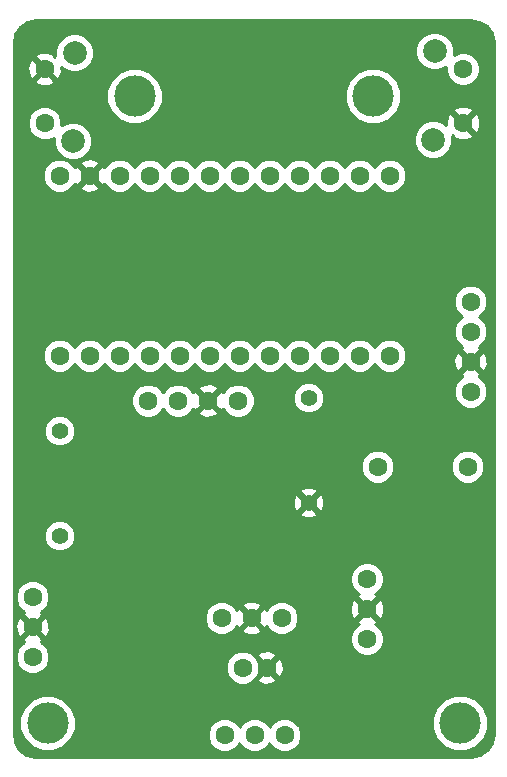
<source format=gbl>
G04 (created by PCBNEW (22-Jun-2014 BZR 4027)-stable) date Tue 27 Sep 2016 11:43:09 BST*
%MOIN*%
G04 Gerber Fmt 3.4, Leading zero omitted, Abs format*
%FSLAX34Y34*%
G01*
G70*
G90*
G04 APERTURE LIST*
%ADD10C,0.00590551*%
%ADD11C,0.055*%
%ADD12C,0.0629921*%
%ADD13C,0.0787402*%
%ADD14C,0.137795*%
%ADD15C,0.035*%
%ADD16C,0.01*%
G04 APERTURE END LIST*
G54D10*
G54D11*
X112500Y-34100D03*
X112500Y-30600D03*
X120800Y-33000D03*
X120800Y-29500D03*
G54D12*
X123500Y-28100D03*
X122500Y-28100D03*
X123500Y-22100D03*
X121500Y-28100D03*
X120500Y-28100D03*
X119500Y-28100D03*
X118500Y-28100D03*
X117500Y-28100D03*
X116500Y-28100D03*
X115500Y-28100D03*
X114500Y-28100D03*
X113500Y-28100D03*
X112500Y-28100D03*
X122500Y-22100D03*
X121500Y-22100D03*
X120500Y-22100D03*
X119500Y-22100D03*
X118500Y-22100D03*
X117500Y-22100D03*
X116500Y-22100D03*
X115500Y-22100D03*
X114500Y-22100D03*
X113500Y-22100D03*
X112500Y-22100D03*
X123100Y-31800D03*
X126100Y-31800D03*
X115450Y-29600D03*
X116450Y-29600D03*
X117450Y-29600D03*
X118450Y-29600D03*
X111600Y-36150D03*
X111600Y-37150D03*
X111600Y-38150D03*
X122750Y-35550D03*
X122750Y-36550D03*
X122750Y-37550D03*
X125950Y-18550D03*
X125950Y-20350D03*
G54D13*
X124950Y-20900D03*
X125000Y-17950D03*
G54D12*
X112000Y-20350D03*
X112000Y-18550D03*
G54D13*
X113000Y-18000D03*
X112950Y-20950D03*
G54D12*
X118000Y-40750D03*
X119000Y-40750D03*
X120000Y-40750D03*
X119900Y-36850D03*
X118900Y-36850D03*
X117900Y-36850D03*
G54D14*
X122950Y-19450D03*
X115000Y-19450D03*
X125850Y-40350D03*
X112100Y-40350D03*
G54D12*
X126200Y-27300D03*
X126200Y-28300D03*
X126200Y-29300D03*
X126200Y-26300D03*
X119400Y-38500D03*
X118600Y-38500D03*
G54D15*
X116700Y-19750D03*
X114000Y-33900D03*
G54D10*
G36*
X126980Y-40721D02*
X126919Y-41028D01*
X126789Y-41223D01*
X126789Y-40164D01*
X126769Y-40116D01*
X126769Y-28385D01*
X126765Y-28288D01*
X126765Y-27188D01*
X126679Y-26980D01*
X126520Y-26821D01*
X126469Y-26800D01*
X126519Y-26779D01*
X126678Y-26620D01*
X126764Y-26412D01*
X126765Y-26188D01*
X126679Y-25980D01*
X126520Y-25821D01*
X126519Y-25821D01*
X126519Y-20435D01*
X126515Y-20338D01*
X126515Y-18438D01*
X126429Y-18230D01*
X126270Y-18071D01*
X126062Y-17985D01*
X125838Y-17984D01*
X125643Y-18065D01*
X125643Y-17822D01*
X125546Y-17585D01*
X125365Y-17404D01*
X125128Y-17306D01*
X124872Y-17306D01*
X124635Y-17403D01*
X124454Y-17584D01*
X124356Y-17821D01*
X124356Y-18077D01*
X124453Y-18314D01*
X124634Y-18495D01*
X124871Y-18593D01*
X125127Y-18593D01*
X125364Y-18496D01*
X125385Y-18475D01*
X125384Y-18661D01*
X125470Y-18869D01*
X125629Y-19028D01*
X125837Y-19114D01*
X126061Y-19115D01*
X126269Y-19029D01*
X126428Y-18870D01*
X126514Y-18662D01*
X126515Y-18438D01*
X126515Y-20338D01*
X126508Y-20210D01*
X126443Y-20053D01*
X126346Y-20023D01*
X126276Y-20094D01*
X126276Y-19953D01*
X126246Y-19856D01*
X126035Y-19780D01*
X125810Y-19791D01*
X125653Y-19856D01*
X125623Y-19953D01*
X125950Y-20279D01*
X126276Y-19953D01*
X126276Y-20094D01*
X126020Y-20350D01*
X126346Y-20676D01*
X126443Y-20646D01*
X126519Y-20435D01*
X126519Y-25821D01*
X126312Y-25735D01*
X126276Y-25735D01*
X126276Y-20746D01*
X125950Y-20420D01*
X125944Y-20426D01*
X125879Y-20361D01*
X125873Y-20355D01*
X125879Y-20350D01*
X125553Y-20023D01*
X125456Y-20053D01*
X125380Y-20264D01*
X125388Y-20427D01*
X125315Y-20354D01*
X125078Y-20256D01*
X124822Y-20256D01*
X124585Y-20353D01*
X124404Y-20534D01*
X124306Y-20771D01*
X124306Y-21027D01*
X124403Y-21264D01*
X124584Y-21445D01*
X124821Y-21543D01*
X125077Y-21543D01*
X125314Y-21446D01*
X125495Y-21265D01*
X125593Y-21028D01*
X125593Y-20776D01*
X125623Y-20746D01*
X125653Y-20843D01*
X125864Y-20919D01*
X126089Y-20908D01*
X126246Y-20843D01*
X126276Y-20746D01*
X126276Y-25735D01*
X126088Y-25734D01*
X125880Y-25820D01*
X125721Y-25979D01*
X125635Y-26187D01*
X125634Y-26411D01*
X125720Y-26619D01*
X125879Y-26778D01*
X125930Y-26799D01*
X125880Y-26820D01*
X125721Y-26979D01*
X125635Y-27187D01*
X125634Y-27411D01*
X125720Y-27619D01*
X125879Y-27778D01*
X125924Y-27797D01*
X125903Y-27806D01*
X125873Y-27903D01*
X126200Y-28229D01*
X126526Y-27903D01*
X126496Y-27806D01*
X126473Y-27798D01*
X126519Y-27779D01*
X126678Y-27620D01*
X126764Y-27412D01*
X126765Y-27188D01*
X126765Y-28288D01*
X126758Y-28160D01*
X126693Y-28003D01*
X126596Y-27973D01*
X126270Y-28300D01*
X126596Y-28626D01*
X126693Y-28596D01*
X126769Y-28385D01*
X126769Y-40116D01*
X126765Y-40105D01*
X126765Y-29188D01*
X126679Y-28980D01*
X126520Y-28821D01*
X126475Y-28802D01*
X126496Y-28793D01*
X126526Y-28696D01*
X126200Y-28370D01*
X126129Y-28441D01*
X126129Y-28300D01*
X125803Y-27973D01*
X125706Y-28003D01*
X125630Y-28214D01*
X125641Y-28439D01*
X125706Y-28596D01*
X125803Y-28626D01*
X126129Y-28300D01*
X126129Y-28441D01*
X125873Y-28696D01*
X125903Y-28793D01*
X125926Y-28801D01*
X125880Y-28820D01*
X125721Y-28979D01*
X125635Y-29187D01*
X125634Y-29411D01*
X125720Y-29619D01*
X125879Y-29778D01*
X126087Y-29864D01*
X126311Y-29865D01*
X126519Y-29779D01*
X126678Y-29620D01*
X126764Y-29412D01*
X126765Y-29188D01*
X126765Y-40105D01*
X126665Y-39863D01*
X126665Y-31688D01*
X126579Y-31480D01*
X126420Y-31321D01*
X126212Y-31235D01*
X125988Y-31234D01*
X125780Y-31320D01*
X125621Y-31479D01*
X125535Y-31687D01*
X125534Y-31911D01*
X125620Y-32119D01*
X125779Y-32278D01*
X125987Y-32364D01*
X126211Y-32365D01*
X126419Y-32279D01*
X126578Y-32120D01*
X126664Y-31912D01*
X126665Y-31688D01*
X126665Y-39863D01*
X126646Y-39818D01*
X126382Y-39554D01*
X126037Y-39411D01*
X125664Y-39410D01*
X125318Y-39553D01*
X125054Y-39817D01*
X124911Y-40162D01*
X124910Y-40535D01*
X125053Y-40881D01*
X125317Y-41145D01*
X125662Y-41288D01*
X126035Y-41289D01*
X126381Y-41146D01*
X126645Y-40882D01*
X126788Y-40537D01*
X126789Y-40164D01*
X126789Y-41223D01*
X126763Y-41261D01*
X126526Y-41420D01*
X126223Y-41480D01*
X124065Y-41480D01*
X124065Y-27988D01*
X124065Y-21988D01*
X123979Y-21780D01*
X123889Y-21690D01*
X123889Y-19264D01*
X123746Y-18918D01*
X123482Y-18654D01*
X123137Y-18511D01*
X122764Y-18510D01*
X122418Y-18653D01*
X122154Y-18917D01*
X122011Y-19262D01*
X122010Y-19635D01*
X122153Y-19981D01*
X122417Y-20245D01*
X122762Y-20388D01*
X123135Y-20389D01*
X123481Y-20246D01*
X123745Y-19982D01*
X123888Y-19637D01*
X123889Y-19264D01*
X123889Y-21690D01*
X123820Y-21621D01*
X123612Y-21535D01*
X123388Y-21534D01*
X123180Y-21620D01*
X123021Y-21779D01*
X123000Y-21830D01*
X122979Y-21780D01*
X122820Y-21621D01*
X122612Y-21535D01*
X122388Y-21534D01*
X122180Y-21620D01*
X122021Y-21779D01*
X122000Y-21830D01*
X121979Y-21780D01*
X121820Y-21621D01*
X121612Y-21535D01*
X121388Y-21534D01*
X121180Y-21620D01*
X121021Y-21779D01*
X121000Y-21830D01*
X120979Y-21780D01*
X120820Y-21621D01*
X120612Y-21535D01*
X120388Y-21534D01*
X120180Y-21620D01*
X120021Y-21779D01*
X120000Y-21830D01*
X119979Y-21780D01*
X119820Y-21621D01*
X119612Y-21535D01*
X119388Y-21534D01*
X119180Y-21620D01*
X119021Y-21779D01*
X119000Y-21830D01*
X118979Y-21780D01*
X118820Y-21621D01*
X118612Y-21535D01*
X118388Y-21534D01*
X118180Y-21620D01*
X118021Y-21779D01*
X118000Y-21830D01*
X117979Y-21780D01*
X117820Y-21621D01*
X117612Y-21535D01*
X117388Y-21534D01*
X117180Y-21620D01*
X117021Y-21779D01*
X117000Y-21830D01*
X116979Y-21780D01*
X116820Y-21621D01*
X116612Y-21535D01*
X116388Y-21534D01*
X116180Y-21620D01*
X116021Y-21779D01*
X116000Y-21830D01*
X115979Y-21780D01*
X115939Y-21740D01*
X115939Y-19264D01*
X115796Y-18918D01*
X115532Y-18654D01*
X115187Y-18511D01*
X114814Y-18510D01*
X114468Y-18653D01*
X114204Y-18917D01*
X114061Y-19262D01*
X114060Y-19635D01*
X114203Y-19981D01*
X114467Y-20245D01*
X114812Y-20388D01*
X115185Y-20389D01*
X115531Y-20246D01*
X115795Y-19982D01*
X115938Y-19637D01*
X115939Y-19264D01*
X115939Y-21740D01*
X115820Y-21621D01*
X115612Y-21535D01*
X115388Y-21534D01*
X115180Y-21620D01*
X115021Y-21779D01*
X115000Y-21830D01*
X114979Y-21780D01*
X114820Y-21621D01*
X114612Y-21535D01*
X114388Y-21534D01*
X114180Y-21620D01*
X114021Y-21779D01*
X114002Y-21824D01*
X113993Y-21803D01*
X113896Y-21773D01*
X113826Y-21844D01*
X113826Y-21703D01*
X113796Y-21606D01*
X113643Y-21551D01*
X113643Y-17872D01*
X113546Y-17635D01*
X113365Y-17454D01*
X113128Y-17356D01*
X112872Y-17356D01*
X112635Y-17453D01*
X112454Y-17634D01*
X112356Y-17871D01*
X112356Y-18123D01*
X112326Y-18153D01*
X112296Y-18056D01*
X112085Y-17980D01*
X111860Y-17991D01*
X111703Y-18056D01*
X111673Y-18153D01*
X112000Y-18479D01*
X112005Y-18473D01*
X112076Y-18544D01*
X112070Y-18550D01*
X112396Y-18876D01*
X112493Y-18846D01*
X112569Y-18635D01*
X112561Y-18472D01*
X112634Y-18545D01*
X112871Y-18643D01*
X113127Y-18643D01*
X113364Y-18546D01*
X113545Y-18365D01*
X113643Y-18128D01*
X113643Y-17872D01*
X113643Y-21551D01*
X113593Y-21533D01*
X113593Y-20822D01*
X113496Y-20585D01*
X113315Y-20404D01*
X113078Y-20306D01*
X112822Y-20306D01*
X112585Y-20403D01*
X112564Y-20424D01*
X112565Y-20238D01*
X112479Y-20030D01*
X112326Y-19876D01*
X112326Y-18946D01*
X112000Y-18620D01*
X111929Y-18691D01*
X111929Y-18550D01*
X111603Y-18223D01*
X111506Y-18253D01*
X111430Y-18464D01*
X111441Y-18689D01*
X111506Y-18846D01*
X111603Y-18876D01*
X111929Y-18550D01*
X111929Y-18691D01*
X111673Y-18946D01*
X111703Y-19043D01*
X111914Y-19119D01*
X112139Y-19108D01*
X112296Y-19043D01*
X112326Y-18946D01*
X112326Y-19876D01*
X112320Y-19871D01*
X112112Y-19785D01*
X111888Y-19784D01*
X111680Y-19870D01*
X111521Y-20029D01*
X111435Y-20237D01*
X111434Y-20461D01*
X111520Y-20669D01*
X111679Y-20828D01*
X111887Y-20914D01*
X112111Y-20915D01*
X112306Y-20834D01*
X112306Y-21077D01*
X112403Y-21314D01*
X112584Y-21495D01*
X112821Y-21593D01*
X113077Y-21593D01*
X113314Y-21496D01*
X113495Y-21315D01*
X113593Y-21078D01*
X113593Y-20822D01*
X113593Y-21533D01*
X113585Y-21530D01*
X113360Y-21541D01*
X113203Y-21606D01*
X113173Y-21703D01*
X113500Y-22029D01*
X113826Y-21703D01*
X113826Y-21844D01*
X113570Y-22100D01*
X113896Y-22426D01*
X113993Y-22396D01*
X114001Y-22373D01*
X114020Y-22419D01*
X114179Y-22578D01*
X114387Y-22664D01*
X114611Y-22665D01*
X114819Y-22579D01*
X114978Y-22420D01*
X114999Y-22369D01*
X115020Y-22419D01*
X115179Y-22578D01*
X115387Y-22664D01*
X115611Y-22665D01*
X115819Y-22579D01*
X115978Y-22420D01*
X115999Y-22369D01*
X116020Y-22419D01*
X116179Y-22578D01*
X116387Y-22664D01*
X116611Y-22665D01*
X116819Y-22579D01*
X116978Y-22420D01*
X116999Y-22369D01*
X117020Y-22419D01*
X117179Y-22578D01*
X117387Y-22664D01*
X117611Y-22665D01*
X117819Y-22579D01*
X117978Y-22420D01*
X117999Y-22369D01*
X118020Y-22419D01*
X118179Y-22578D01*
X118387Y-22664D01*
X118611Y-22665D01*
X118819Y-22579D01*
X118978Y-22420D01*
X118999Y-22369D01*
X119020Y-22419D01*
X119179Y-22578D01*
X119387Y-22664D01*
X119611Y-22665D01*
X119819Y-22579D01*
X119978Y-22420D01*
X119999Y-22369D01*
X120020Y-22419D01*
X120179Y-22578D01*
X120387Y-22664D01*
X120611Y-22665D01*
X120819Y-22579D01*
X120978Y-22420D01*
X120999Y-22369D01*
X121020Y-22419D01*
X121179Y-22578D01*
X121387Y-22664D01*
X121611Y-22665D01*
X121819Y-22579D01*
X121978Y-22420D01*
X121999Y-22369D01*
X122020Y-22419D01*
X122179Y-22578D01*
X122387Y-22664D01*
X122611Y-22665D01*
X122819Y-22579D01*
X122978Y-22420D01*
X122999Y-22369D01*
X123020Y-22419D01*
X123179Y-22578D01*
X123387Y-22664D01*
X123611Y-22665D01*
X123819Y-22579D01*
X123978Y-22420D01*
X124064Y-22212D01*
X124065Y-21988D01*
X124065Y-27988D01*
X123979Y-27780D01*
X123820Y-27621D01*
X123612Y-27535D01*
X123388Y-27534D01*
X123180Y-27620D01*
X123021Y-27779D01*
X123000Y-27830D01*
X122979Y-27780D01*
X122820Y-27621D01*
X122612Y-27535D01*
X122388Y-27534D01*
X122180Y-27620D01*
X122021Y-27779D01*
X122000Y-27830D01*
X121979Y-27780D01*
X121820Y-27621D01*
X121612Y-27535D01*
X121388Y-27534D01*
X121180Y-27620D01*
X121021Y-27779D01*
X121000Y-27830D01*
X120979Y-27780D01*
X120820Y-27621D01*
X120612Y-27535D01*
X120388Y-27534D01*
X120180Y-27620D01*
X120021Y-27779D01*
X120000Y-27830D01*
X119979Y-27780D01*
X119820Y-27621D01*
X119612Y-27535D01*
X119388Y-27534D01*
X119180Y-27620D01*
X119021Y-27779D01*
X119000Y-27830D01*
X118979Y-27780D01*
X118820Y-27621D01*
X118612Y-27535D01*
X118388Y-27534D01*
X118180Y-27620D01*
X118021Y-27779D01*
X118000Y-27830D01*
X117979Y-27780D01*
X117820Y-27621D01*
X117612Y-27535D01*
X117388Y-27534D01*
X117180Y-27620D01*
X117021Y-27779D01*
X117000Y-27830D01*
X116979Y-27780D01*
X116820Y-27621D01*
X116612Y-27535D01*
X116388Y-27534D01*
X116180Y-27620D01*
X116021Y-27779D01*
X116000Y-27830D01*
X115979Y-27780D01*
X115820Y-27621D01*
X115612Y-27535D01*
X115388Y-27534D01*
X115180Y-27620D01*
X115021Y-27779D01*
X115000Y-27830D01*
X114979Y-27780D01*
X114820Y-27621D01*
X114612Y-27535D01*
X114388Y-27534D01*
X114180Y-27620D01*
X114021Y-27779D01*
X114000Y-27830D01*
X113979Y-27780D01*
X113826Y-27626D01*
X113826Y-22496D01*
X113500Y-22170D01*
X113429Y-22241D01*
X113429Y-22100D01*
X113103Y-21773D01*
X113006Y-21803D01*
X112998Y-21826D01*
X112979Y-21780D01*
X112820Y-21621D01*
X112612Y-21535D01*
X112388Y-21534D01*
X112180Y-21620D01*
X112021Y-21779D01*
X111935Y-21987D01*
X111934Y-22211D01*
X112020Y-22419D01*
X112179Y-22578D01*
X112387Y-22664D01*
X112611Y-22665D01*
X112819Y-22579D01*
X112978Y-22420D01*
X112997Y-22375D01*
X113006Y-22396D01*
X113103Y-22426D01*
X113429Y-22100D01*
X113429Y-22241D01*
X113173Y-22496D01*
X113203Y-22593D01*
X113414Y-22669D01*
X113639Y-22658D01*
X113796Y-22593D01*
X113826Y-22496D01*
X113826Y-27626D01*
X113820Y-27621D01*
X113612Y-27535D01*
X113388Y-27534D01*
X113180Y-27620D01*
X113021Y-27779D01*
X113000Y-27830D01*
X112979Y-27780D01*
X112820Y-27621D01*
X112612Y-27535D01*
X112388Y-27534D01*
X112180Y-27620D01*
X112021Y-27779D01*
X111935Y-27987D01*
X111934Y-28211D01*
X112020Y-28419D01*
X112179Y-28578D01*
X112387Y-28664D01*
X112611Y-28665D01*
X112819Y-28579D01*
X112978Y-28420D01*
X112999Y-28369D01*
X113020Y-28419D01*
X113179Y-28578D01*
X113387Y-28664D01*
X113611Y-28665D01*
X113819Y-28579D01*
X113978Y-28420D01*
X113999Y-28369D01*
X114020Y-28419D01*
X114179Y-28578D01*
X114387Y-28664D01*
X114611Y-28665D01*
X114819Y-28579D01*
X114978Y-28420D01*
X114999Y-28369D01*
X115020Y-28419D01*
X115179Y-28578D01*
X115387Y-28664D01*
X115611Y-28665D01*
X115819Y-28579D01*
X115978Y-28420D01*
X115999Y-28369D01*
X116020Y-28419D01*
X116179Y-28578D01*
X116387Y-28664D01*
X116611Y-28665D01*
X116819Y-28579D01*
X116978Y-28420D01*
X116999Y-28369D01*
X117020Y-28419D01*
X117179Y-28578D01*
X117387Y-28664D01*
X117611Y-28665D01*
X117819Y-28579D01*
X117978Y-28420D01*
X117999Y-28369D01*
X118020Y-28419D01*
X118179Y-28578D01*
X118387Y-28664D01*
X118611Y-28665D01*
X118819Y-28579D01*
X118978Y-28420D01*
X118999Y-28369D01*
X119020Y-28419D01*
X119179Y-28578D01*
X119387Y-28664D01*
X119611Y-28665D01*
X119819Y-28579D01*
X119978Y-28420D01*
X119999Y-28369D01*
X120020Y-28419D01*
X120179Y-28578D01*
X120387Y-28664D01*
X120611Y-28665D01*
X120819Y-28579D01*
X120978Y-28420D01*
X120999Y-28369D01*
X121020Y-28419D01*
X121179Y-28578D01*
X121387Y-28664D01*
X121611Y-28665D01*
X121819Y-28579D01*
X121978Y-28420D01*
X121999Y-28369D01*
X122020Y-28419D01*
X122179Y-28578D01*
X122387Y-28664D01*
X122611Y-28665D01*
X122819Y-28579D01*
X122978Y-28420D01*
X122999Y-28369D01*
X123020Y-28419D01*
X123179Y-28578D01*
X123387Y-28664D01*
X123611Y-28665D01*
X123819Y-28579D01*
X123978Y-28420D01*
X124064Y-28212D01*
X124065Y-27988D01*
X124065Y-41480D01*
X123665Y-41480D01*
X123665Y-31688D01*
X123579Y-31480D01*
X123420Y-31321D01*
X123212Y-31235D01*
X122988Y-31234D01*
X122780Y-31320D01*
X122621Y-31479D01*
X122535Y-31687D01*
X122534Y-31911D01*
X122620Y-32119D01*
X122779Y-32278D01*
X122987Y-32364D01*
X123211Y-32365D01*
X123419Y-32279D01*
X123578Y-32120D01*
X123664Y-31912D01*
X123665Y-31688D01*
X123665Y-41480D01*
X123319Y-41480D01*
X123319Y-36635D01*
X123315Y-36538D01*
X123315Y-35438D01*
X123229Y-35230D01*
X123070Y-35071D01*
X122862Y-34985D01*
X122638Y-34984D01*
X122430Y-35070D01*
X122271Y-35229D01*
X122185Y-35437D01*
X122184Y-35661D01*
X122270Y-35869D01*
X122429Y-36028D01*
X122474Y-36047D01*
X122453Y-36056D01*
X122423Y-36153D01*
X122750Y-36479D01*
X123076Y-36153D01*
X123046Y-36056D01*
X123023Y-36048D01*
X123069Y-36029D01*
X123228Y-35870D01*
X123314Y-35662D01*
X123315Y-35438D01*
X123315Y-36538D01*
X123308Y-36410D01*
X123243Y-36253D01*
X123146Y-36223D01*
X122820Y-36550D01*
X123146Y-36876D01*
X123243Y-36846D01*
X123319Y-36635D01*
X123319Y-41480D01*
X123315Y-41480D01*
X123315Y-37438D01*
X123229Y-37230D01*
X123070Y-37071D01*
X123025Y-37052D01*
X123046Y-37043D01*
X123076Y-36946D01*
X122750Y-36620D01*
X122679Y-36691D01*
X122679Y-36550D01*
X122353Y-36223D01*
X122256Y-36253D01*
X122180Y-36464D01*
X122191Y-36689D01*
X122256Y-36846D01*
X122353Y-36876D01*
X122679Y-36550D01*
X122679Y-36691D01*
X122423Y-36946D01*
X122453Y-37043D01*
X122476Y-37051D01*
X122430Y-37070D01*
X122271Y-37229D01*
X122185Y-37437D01*
X122184Y-37661D01*
X122270Y-37869D01*
X122429Y-38028D01*
X122637Y-38114D01*
X122861Y-38115D01*
X123069Y-38029D01*
X123228Y-37870D01*
X123314Y-37662D01*
X123315Y-37438D01*
X123315Y-41480D01*
X121329Y-41480D01*
X121329Y-33075D01*
X121325Y-32987D01*
X121325Y-29396D01*
X121245Y-29203D01*
X121097Y-29055D01*
X120904Y-28975D01*
X120696Y-28974D01*
X120503Y-29054D01*
X120355Y-29202D01*
X120275Y-29395D01*
X120274Y-29603D01*
X120354Y-29797D01*
X120502Y-29944D01*
X120695Y-30024D01*
X120903Y-30025D01*
X121097Y-29945D01*
X121244Y-29797D01*
X121324Y-29604D01*
X121325Y-29396D01*
X121325Y-32987D01*
X121318Y-32867D01*
X121260Y-32727D01*
X121167Y-32702D01*
X121097Y-32773D01*
X121097Y-32632D01*
X121072Y-32539D01*
X120875Y-32470D01*
X120667Y-32481D01*
X120527Y-32539D01*
X120502Y-32632D01*
X120800Y-32929D01*
X121097Y-32632D01*
X121097Y-32773D01*
X120870Y-33000D01*
X121167Y-33297D01*
X121260Y-33272D01*
X121329Y-33075D01*
X121329Y-41480D01*
X121097Y-41480D01*
X121097Y-33367D01*
X120800Y-33070D01*
X120729Y-33141D01*
X120729Y-33000D01*
X120432Y-32702D01*
X120339Y-32727D01*
X120270Y-32924D01*
X120281Y-33132D01*
X120339Y-33272D01*
X120432Y-33297D01*
X120729Y-33000D01*
X120729Y-33141D01*
X120502Y-33367D01*
X120527Y-33460D01*
X120724Y-33529D01*
X120932Y-33518D01*
X121072Y-33460D01*
X121097Y-33367D01*
X121097Y-41480D01*
X120565Y-41480D01*
X120565Y-40638D01*
X120479Y-40430D01*
X120465Y-40416D01*
X120465Y-36738D01*
X120379Y-36530D01*
X120220Y-36371D01*
X120012Y-36285D01*
X119788Y-36284D01*
X119580Y-36370D01*
X119421Y-36529D01*
X119402Y-36574D01*
X119393Y-36553D01*
X119296Y-36523D01*
X119226Y-36594D01*
X119226Y-36453D01*
X119196Y-36356D01*
X119015Y-36291D01*
X119015Y-29488D01*
X118929Y-29280D01*
X118770Y-29121D01*
X118562Y-29035D01*
X118338Y-29034D01*
X118130Y-29120D01*
X117971Y-29279D01*
X117952Y-29324D01*
X117943Y-29303D01*
X117846Y-29273D01*
X117776Y-29344D01*
X117776Y-29203D01*
X117746Y-29106D01*
X117535Y-29030D01*
X117310Y-29041D01*
X117153Y-29106D01*
X117123Y-29203D01*
X117450Y-29529D01*
X117776Y-29203D01*
X117776Y-29344D01*
X117520Y-29600D01*
X117846Y-29926D01*
X117943Y-29896D01*
X117951Y-29873D01*
X117970Y-29919D01*
X118129Y-30078D01*
X118337Y-30164D01*
X118561Y-30165D01*
X118769Y-30079D01*
X118928Y-29920D01*
X119014Y-29712D01*
X119015Y-29488D01*
X119015Y-36291D01*
X118985Y-36280D01*
X118760Y-36291D01*
X118603Y-36356D01*
X118573Y-36453D01*
X118900Y-36779D01*
X119226Y-36453D01*
X119226Y-36594D01*
X118970Y-36850D01*
X119296Y-37176D01*
X119393Y-37146D01*
X119401Y-37123D01*
X119420Y-37169D01*
X119579Y-37328D01*
X119787Y-37414D01*
X120011Y-37415D01*
X120219Y-37329D01*
X120378Y-37170D01*
X120464Y-36962D01*
X120465Y-36738D01*
X120465Y-40416D01*
X120320Y-40271D01*
X120112Y-40185D01*
X119969Y-40185D01*
X119969Y-38585D01*
X119958Y-38360D01*
X119893Y-38203D01*
X119796Y-38173D01*
X119726Y-38244D01*
X119726Y-38103D01*
X119696Y-38006D01*
X119485Y-37930D01*
X119260Y-37941D01*
X119226Y-37955D01*
X119226Y-37246D01*
X118900Y-36920D01*
X118829Y-36991D01*
X118829Y-36850D01*
X118503Y-36523D01*
X118406Y-36553D01*
X118398Y-36576D01*
X118379Y-36530D01*
X118220Y-36371D01*
X118012Y-36285D01*
X117788Y-36284D01*
X117776Y-36289D01*
X117776Y-29996D01*
X117450Y-29670D01*
X117379Y-29741D01*
X117379Y-29600D01*
X117053Y-29273D01*
X116956Y-29303D01*
X116948Y-29326D01*
X116929Y-29280D01*
X116770Y-29121D01*
X116562Y-29035D01*
X116338Y-29034D01*
X116130Y-29120D01*
X115971Y-29279D01*
X115950Y-29330D01*
X115929Y-29280D01*
X115770Y-29121D01*
X115562Y-29035D01*
X115338Y-29034D01*
X115130Y-29120D01*
X114971Y-29279D01*
X114885Y-29487D01*
X114884Y-29711D01*
X114970Y-29919D01*
X115129Y-30078D01*
X115337Y-30164D01*
X115561Y-30165D01*
X115769Y-30079D01*
X115928Y-29920D01*
X115949Y-29869D01*
X115970Y-29919D01*
X116129Y-30078D01*
X116337Y-30164D01*
X116561Y-30165D01*
X116769Y-30079D01*
X116928Y-29920D01*
X116947Y-29875D01*
X116956Y-29896D01*
X117053Y-29926D01*
X117379Y-29600D01*
X117379Y-29741D01*
X117123Y-29996D01*
X117153Y-30093D01*
X117364Y-30169D01*
X117589Y-30158D01*
X117746Y-30093D01*
X117776Y-29996D01*
X117776Y-36289D01*
X117580Y-36370D01*
X117421Y-36529D01*
X117335Y-36737D01*
X117334Y-36961D01*
X117420Y-37169D01*
X117579Y-37328D01*
X117787Y-37414D01*
X118011Y-37415D01*
X118219Y-37329D01*
X118378Y-37170D01*
X118397Y-37125D01*
X118406Y-37146D01*
X118503Y-37176D01*
X118829Y-36850D01*
X118829Y-36991D01*
X118573Y-37246D01*
X118603Y-37343D01*
X118814Y-37419D01*
X119039Y-37408D01*
X119196Y-37343D01*
X119226Y-37246D01*
X119226Y-37955D01*
X119103Y-38006D01*
X119073Y-38103D01*
X119400Y-38429D01*
X119726Y-38103D01*
X119726Y-38244D01*
X119470Y-38500D01*
X119796Y-38826D01*
X119893Y-38796D01*
X119969Y-38585D01*
X119969Y-40185D01*
X119888Y-40184D01*
X119726Y-40251D01*
X119726Y-38896D01*
X119400Y-38570D01*
X119329Y-38641D01*
X119329Y-38500D01*
X119128Y-38298D01*
X119079Y-38180D01*
X118920Y-38021D01*
X118712Y-37935D01*
X118488Y-37934D01*
X118280Y-38020D01*
X118121Y-38179D01*
X118035Y-38387D01*
X118034Y-38611D01*
X118120Y-38819D01*
X118279Y-38978D01*
X118487Y-39064D01*
X118711Y-39065D01*
X118919Y-38979D01*
X119078Y-38820D01*
X119128Y-38701D01*
X119329Y-38500D01*
X119329Y-38641D01*
X119073Y-38896D01*
X119103Y-38993D01*
X119314Y-39069D01*
X119539Y-39058D01*
X119696Y-38993D01*
X119726Y-38896D01*
X119726Y-40251D01*
X119680Y-40270D01*
X119521Y-40429D01*
X119500Y-40480D01*
X119479Y-40430D01*
X119320Y-40271D01*
X119112Y-40185D01*
X118888Y-40184D01*
X118680Y-40270D01*
X118521Y-40429D01*
X118500Y-40480D01*
X118479Y-40430D01*
X118320Y-40271D01*
X118112Y-40185D01*
X117888Y-40184D01*
X117680Y-40270D01*
X117521Y-40429D01*
X117435Y-40637D01*
X117434Y-40861D01*
X117520Y-41069D01*
X117679Y-41228D01*
X117887Y-41314D01*
X118111Y-41315D01*
X118319Y-41229D01*
X118478Y-41070D01*
X118499Y-41019D01*
X118520Y-41069D01*
X118679Y-41228D01*
X118887Y-41314D01*
X119111Y-41315D01*
X119319Y-41229D01*
X119478Y-41070D01*
X119499Y-41019D01*
X119520Y-41069D01*
X119679Y-41228D01*
X119887Y-41314D01*
X120111Y-41315D01*
X120319Y-41229D01*
X120478Y-41070D01*
X120564Y-40862D01*
X120565Y-40638D01*
X120565Y-41480D01*
X113039Y-41480D01*
X113039Y-40164D01*
X113025Y-40130D01*
X113025Y-33996D01*
X113025Y-30496D01*
X112945Y-30303D01*
X112797Y-30155D01*
X112604Y-30075D01*
X112396Y-30074D01*
X112203Y-30154D01*
X112055Y-30302D01*
X111975Y-30495D01*
X111974Y-30703D01*
X112054Y-30897D01*
X112202Y-31044D01*
X112395Y-31124D01*
X112603Y-31125D01*
X112797Y-31045D01*
X112944Y-30897D01*
X113024Y-30704D01*
X113025Y-30496D01*
X113025Y-33996D01*
X112945Y-33803D01*
X112797Y-33655D01*
X112604Y-33575D01*
X112396Y-33574D01*
X112203Y-33654D01*
X112055Y-33802D01*
X111975Y-33995D01*
X111974Y-34203D01*
X112054Y-34397D01*
X112202Y-34544D01*
X112395Y-34624D01*
X112603Y-34625D01*
X112797Y-34545D01*
X112944Y-34397D01*
X113024Y-34204D01*
X113025Y-33996D01*
X113025Y-40130D01*
X112896Y-39818D01*
X112632Y-39554D01*
X112287Y-39411D01*
X112169Y-39411D01*
X112169Y-37235D01*
X112165Y-37138D01*
X112165Y-36038D01*
X112079Y-35830D01*
X111920Y-35671D01*
X111712Y-35585D01*
X111488Y-35584D01*
X111280Y-35670D01*
X111121Y-35829D01*
X111035Y-36037D01*
X111034Y-36261D01*
X111120Y-36469D01*
X111279Y-36628D01*
X111324Y-36647D01*
X111303Y-36656D01*
X111273Y-36753D01*
X111600Y-37079D01*
X111926Y-36753D01*
X111896Y-36656D01*
X111873Y-36648D01*
X111919Y-36629D01*
X112078Y-36470D01*
X112164Y-36262D01*
X112165Y-36038D01*
X112165Y-37138D01*
X112158Y-37010D01*
X112093Y-36853D01*
X111996Y-36823D01*
X111670Y-37150D01*
X111996Y-37476D01*
X112093Y-37446D01*
X112169Y-37235D01*
X112169Y-39411D01*
X112165Y-39411D01*
X112165Y-38038D01*
X112079Y-37830D01*
X111920Y-37671D01*
X111875Y-37652D01*
X111896Y-37643D01*
X111926Y-37546D01*
X111600Y-37220D01*
X111529Y-37291D01*
X111529Y-37150D01*
X111203Y-36823D01*
X111106Y-36853D01*
X111030Y-37064D01*
X111041Y-37289D01*
X111106Y-37446D01*
X111203Y-37476D01*
X111529Y-37150D01*
X111529Y-37291D01*
X111273Y-37546D01*
X111303Y-37643D01*
X111326Y-37651D01*
X111280Y-37670D01*
X111121Y-37829D01*
X111035Y-38037D01*
X111034Y-38261D01*
X111120Y-38469D01*
X111279Y-38628D01*
X111487Y-38714D01*
X111711Y-38715D01*
X111919Y-38629D01*
X112078Y-38470D01*
X112164Y-38262D01*
X112165Y-38038D01*
X112165Y-39411D01*
X111914Y-39410D01*
X111568Y-39553D01*
X111304Y-39817D01*
X111161Y-40162D01*
X111160Y-40535D01*
X111303Y-40881D01*
X111567Y-41145D01*
X111912Y-41288D01*
X112285Y-41289D01*
X112631Y-41146D01*
X112895Y-40882D01*
X113038Y-40537D01*
X113039Y-40164D01*
X113039Y-41480D01*
X111683Y-41480D01*
X111389Y-41406D01*
X111161Y-41237D01*
X111016Y-40994D01*
X110969Y-40680D01*
X110969Y-17676D01*
X111029Y-17373D01*
X111188Y-17136D01*
X111421Y-16980D01*
X111728Y-16919D01*
X126180Y-16919D01*
X126494Y-16966D01*
X126737Y-17111D01*
X126906Y-17339D01*
X126980Y-17633D01*
X126980Y-40721D01*
X126980Y-40721D01*
G37*
G54D16*
X126980Y-40721D02*
X126919Y-41028D01*
X126789Y-41223D01*
X126789Y-40164D01*
X126769Y-40116D01*
X126769Y-28385D01*
X126765Y-28288D01*
X126765Y-27188D01*
X126679Y-26980D01*
X126520Y-26821D01*
X126469Y-26800D01*
X126519Y-26779D01*
X126678Y-26620D01*
X126764Y-26412D01*
X126765Y-26188D01*
X126679Y-25980D01*
X126520Y-25821D01*
X126519Y-25821D01*
X126519Y-20435D01*
X126515Y-20338D01*
X126515Y-18438D01*
X126429Y-18230D01*
X126270Y-18071D01*
X126062Y-17985D01*
X125838Y-17984D01*
X125643Y-18065D01*
X125643Y-17822D01*
X125546Y-17585D01*
X125365Y-17404D01*
X125128Y-17306D01*
X124872Y-17306D01*
X124635Y-17403D01*
X124454Y-17584D01*
X124356Y-17821D01*
X124356Y-18077D01*
X124453Y-18314D01*
X124634Y-18495D01*
X124871Y-18593D01*
X125127Y-18593D01*
X125364Y-18496D01*
X125385Y-18475D01*
X125384Y-18661D01*
X125470Y-18869D01*
X125629Y-19028D01*
X125837Y-19114D01*
X126061Y-19115D01*
X126269Y-19029D01*
X126428Y-18870D01*
X126514Y-18662D01*
X126515Y-18438D01*
X126515Y-20338D01*
X126508Y-20210D01*
X126443Y-20053D01*
X126346Y-20023D01*
X126276Y-20094D01*
X126276Y-19953D01*
X126246Y-19856D01*
X126035Y-19780D01*
X125810Y-19791D01*
X125653Y-19856D01*
X125623Y-19953D01*
X125950Y-20279D01*
X126276Y-19953D01*
X126276Y-20094D01*
X126020Y-20350D01*
X126346Y-20676D01*
X126443Y-20646D01*
X126519Y-20435D01*
X126519Y-25821D01*
X126312Y-25735D01*
X126276Y-25735D01*
X126276Y-20746D01*
X125950Y-20420D01*
X125944Y-20426D01*
X125879Y-20361D01*
X125873Y-20355D01*
X125879Y-20350D01*
X125553Y-20023D01*
X125456Y-20053D01*
X125380Y-20264D01*
X125388Y-20427D01*
X125315Y-20354D01*
X125078Y-20256D01*
X124822Y-20256D01*
X124585Y-20353D01*
X124404Y-20534D01*
X124306Y-20771D01*
X124306Y-21027D01*
X124403Y-21264D01*
X124584Y-21445D01*
X124821Y-21543D01*
X125077Y-21543D01*
X125314Y-21446D01*
X125495Y-21265D01*
X125593Y-21028D01*
X125593Y-20776D01*
X125623Y-20746D01*
X125653Y-20843D01*
X125864Y-20919D01*
X126089Y-20908D01*
X126246Y-20843D01*
X126276Y-20746D01*
X126276Y-25735D01*
X126088Y-25734D01*
X125880Y-25820D01*
X125721Y-25979D01*
X125635Y-26187D01*
X125634Y-26411D01*
X125720Y-26619D01*
X125879Y-26778D01*
X125930Y-26799D01*
X125880Y-26820D01*
X125721Y-26979D01*
X125635Y-27187D01*
X125634Y-27411D01*
X125720Y-27619D01*
X125879Y-27778D01*
X125924Y-27797D01*
X125903Y-27806D01*
X125873Y-27903D01*
X126200Y-28229D01*
X126526Y-27903D01*
X126496Y-27806D01*
X126473Y-27798D01*
X126519Y-27779D01*
X126678Y-27620D01*
X126764Y-27412D01*
X126765Y-27188D01*
X126765Y-28288D01*
X126758Y-28160D01*
X126693Y-28003D01*
X126596Y-27973D01*
X126270Y-28300D01*
X126596Y-28626D01*
X126693Y-28596D01*
X126769Y-28385D01*
X126769Y-40116D01*
X126765Y-40105D01*
X126765Y-29188D01*
X126679Y-28980D01*
X126520Y-28821D01*
X126475Y-28802D01*
X126496Y-28793D01*
X126526Y-28696D01*
X126200Y-28370D01*
X126129Y-28441D01*
X126129Y-28300D01*
X125803Y-27973D01*
X125706Y-28003D01*
X125630Y-28214D01*
X125641Y-28439D01*
X125706Y-28596D01*
X125803Y-28626D01*
X126129Y-28300D01*
X126129Y-28441D01*
X125873Y-28696D01*
X125903Y-28793D01*
X125926Y-28801D01*
X125880Y-28820D01*
X125721Y-28979D01*
X125635Y-29187D01*
X125634Y-29411D01*
X125720Y-29619D01*
X125879Y-29778D01*
X126087Y-29864D01*
X126311Y-29865D01*
X126519Y-29779D01*
X126678Y-29620D01*
X126764Y-29412D01*
X126765Y-29188D01*
X126765Y-40105D01*
X126665Y-39863D01*
X126665Y-31688D01*
X126579Y-31480D01*
X126420Y-31321D01*
X126212Y-31235D01*
X125988Y-31234D01*
X125780Y-31320D01*
X125621Y-31479D01*
X125535Y-31687D01*
X125534Y-31911D01*
X125620Y-32119D01*
X125779Y-32278D01*
X125987Y-32364D01*
X126211Y-32365D01*
X126419Y-32279D01*
X126578Y-32120D01*
X126664Y-31912D01*
X126665Y-31688D01*
X126665Y-39863D01*
X126646Y-39818D01*
X126382Y-39554D01*
X126037Y-39411D01*
X125664Y-39410D01*
X125318Y-39553D01*
X125054Y-39817D01*
X124911Y-40162D01*
X124910Y-40535D01*
X125053Y-40881D01*
X125317Y-41145D01*
X125662Y-41288D01*
X126035Y-41289D01*
X126381Y-41146D01*
X126645Y-40882D01*
X126788Y-40537D01*
X126789Y-40164D01*
X126789Y-41223D01*
X126763Y-41261D01*
X126526Y-41420D01*
X126223Y-41480D01*
X124065Y-41480D01*
X124065Y-27988D01*
X124065Y-21988D01*
X123979Y-21780D01*
X123889Y-21690D01*
X123889Y-19264D01*
X123746Y-18918D01*
X123482Y-18654D01*
X123137Y-18511D01*
X122764Y-18510D01*
X122418Y-18653D01*
X122154Y-18917D01*
X122011Y-19262D01*
X122010Y-19635D01*
X122153Y-19981D01*
X122417Y-20245D01*
X122762Y-20388D01*
X123135Y-20389D01*
X123481Y-20246D01*
X123745Y-19982D01*
X123888Y-19637D01*
X123889Y-19264D01*
X123889Y-21690D01*
X123820Y-21621D01*
X123612Y-21535D01*
X123388Y-21534D01*
X123180Y-21620D01*
X123021Y-21779D01*
X123000Y-21830D01*
X122979Y-21780D01*
X122820Y-21621D01*
X122612Y-21535D01*
X122388Y-21534D01*
X122180Y-21620D01*
X122021Y-21779D01*
X122000Y-21830D01*
X121979Y-21780D01*
X121820Y-21621D01*
X121612Y-21535D01*
X121388Y-21534D01*
X121180Y-21620D01*
X121021Y-21779D01*
X121000Y-21830D01*
X120979Y-21780D01*
X120820Y-21621D01*
X120612Y-21535D01*
X120388Y-21534D01*
X120180Y-21620D01*
X120021Y-21779D01*
X120000Y-21830D01*
X119979Y-21780D01*
X119820Y-21621D01*
X119612Y-21535D01*
X119388Y-21534D01*
X119180Y-21620D01*
X119021Y-21779D01*
X119000Y-21830D01*
X118979Y-21780D01*
X118820Y-21621D01*
X118612Y-21535D01*
X118388Y-21534D01*
X118180Y-21620D01*
X118021Y-21779D01*
X118000Y-21830D01*
X117979Y-21780D01*
X117820Y-21621D01*
X117612Y-21535D01*
X117388Y-21534D01*
X117180Y-21620D01*
X117021Y-21779D01*
X117000Y-21830D01*
X116979Y-21780D01*
X116820Y-21621D01*
X116612Y-21535D01*
X116388Y-21534D01*
X116180Y-21620D01*
X116021Y-21779D01*
X116000Y-21830D01*
X115979Y-21780D01*
X115939Y-21740D01*
X115939Y-19264D01*
X115796Y-18918D01*
X115532Y-18654D01*
X115187Y-18511D01*
X114814Y-18510D01*
X114468Y-18653D01*
X114204Y-18917D01*
X114061Y-19262D01*
X114060Y-19635D01*
X114203Y-19981D01*
X114467Y-20245D01*
X114812Y-20388D01*
X115185Y-20389D01*
X115531Y-20246D01*
X115795Y-19982D01*
X115938Y-19637D01*
X115939Y-19264D01*
X115939Y-21740D01*
X115820Y-21621D01*
X115612Y-21535D01*
X115388Y-21534D01*
X115180Y-21620D01*
X115021Y-21779D01*
X115000Y-21830D01*
X114979Y-21780D01*
X114820Y-21621D01*
X114612Y-21535D01*
X114388Y-21534D01*
X114180Y-21620D01*
X114021Y-21779D01*
X114002Y-21824D01*
X113993Y-21803D01*
X113896Y-21773D01*
X113826Y-21844D01*
X113826Y-21703D01*
X113796Y-21606D01*
X113643Y-21551D01*
X113643Y-17872D01*
X113546Y-17635D01*
X113365Y-17454D01*
X113128Y-17356D01*
X112872Y-17356D01*
X112635Y-17453D01*
X112454Y-17634D01*
X112356Y-17871D01*
X112356Y-18123D01*
X112326Y-18153D01*
X112296Y-18056D01*
X112085Y-17980D01*
X111860Y-17991D01*
X111703Y-18056D01*
X111673Y-18153D01*
X112000Y-18479D01*
X112005Y-18473D01*
X112076Y-18544D01*
X112070Y-18550D01*
X112396Y-18876D01*
X112493Y-18846D01*
X112569Y-18635D01*
X112561Y-18472D01*
X112634Y-18545D01*
X112871Y-18643D01*
X113127Y-18643D01*
X113364Y-18546D01*
X113545Y-18365D01*
X113643Y-18128D01*
X113643Y-17872D01*
X113643Y-21551D01*
X113593Y-21533D01*
X113593Y-20822D01*
X113496Y-20585D01*
X113315Y-20404D01*
X113078Y-20306D01*
X112822Y-20306D01*
X112585Y-20403D01*
X112564Y-20424D01*
X112565Y-20238D01*
X112479Y-20030D01*
X112326Y-19876D01*
X112326Y-18946D01*
X112000Y-18620D01*
X111929Y-18691D01*
X111929Y-18550D01*
X111603Y-18223D01*
X111506Y-18253D01*
X111430Y-18464D01*
X111441Y-18689D01*
X111506Y-18846D01*
X111603Y-18876D01*
X111929Y-18550D01*
X111929Y-18691D01*
X111673Y-18946D01*
X111703Y-19043D01*
X111914Y-19119D01*
X112139Y-19108D01*
X112296Y-19043D01*
X112326Y-18946D01*
X112326Y-19876D01*
X112320Y-19871D01*
X112112Y-19785D01*
X111888Y-19784D01*
X111680Y-19870D01*
X111521Y-20029D01*
X111435Y-20237D01*
X111434Y-20461D01*
X111520Y-20669D01*
X111679Y-20828D01*
X111887Y-20914D01*
X112111Y-20915D01*
X112306Y-20834D01*
X112306Y-21077D01*
X112403Y-21314D01*
X112584Y-21495D01*
X112821Y-21593D01*
X113077Y-21593D01*
X113314Y-21496D01*
X113495Y-21315D01*
X113593Y-21078D01*
X113593Y-20822D01*
X113593Y-21533D01*
X113585Y-21530D01*
X113360Y-21541D01*
X113203Y-21606D01*
X113173Y-21703D01*
X113500Y-22029D01*
X113826Y-21703D01*
X113826Y-21844D01*
X113570Y-22100D01*
X113896Y-22426D01*
X113993Y-22396D01*
X114001Y-22373D01*
X114020Y-22419D01*
X114179Y-22578D01*
X114387Y-22664D01*
X114611Y-22665D01*
X114819Y-22579D01*
X114978Y-22420D01*
X114999Y-22369D01*
X115020Y-22419D01*
X115179Y-22578D01*
X115387Y-22664D01*
X115611Y-22665D01*
X115819Y-22579D01*
X115978Y-22420D01*
X115999Y-22369D01*
X116020Y-22419D01*
X116179Y-22578D01*
X116387Y-22664D01*
X116611Y-22665D01*
X116819Y-22579D01*
X116978Y-22420D01*
X116999Y-22369D01*
X117020Y-22419D01*
X117179Y-22578D01*
X117387Y-22664D01*
X117611Y-22665D01*
X117819Y-22579D01*
X117978Y-22420D01*
X117999Y-22369D01*
X118020Y-22419D01*
X118179Y-22578D01*
X118387Y-22664D01*
X118611Y-22665D01*
X118819Y-22579D01*
X118978Y-22420D01*
X118999Y-22369D01*
X119020Y-22419D01*
X119179Y-22578D01*
X119387Y-22664D01*
X119611Y-22665D01*
X119819Y-22579D01*
X119978Y-22420D01*
X119999Y-22369D01*
X120020Y-22419D01*
X120179Y-22578D01*
X120387Y-22664D01*
X120611Y-22665D01*
X120819Y-22579D01*
X120978Y-22420D01*
X120999Y-22369D01*
X121020Y-22419D01*
X121179Y-22578D01*
X121387Y-22664D01*
X121611Y-22665D01*
X121819Y-22579D01*
X121978Y-22420D01*
X121999Y-22369D01*
X122020Y-22419D01*
X122179Y-22578D01*
X122387Y-22664D01*
X122611Y-22665D01*
X122819Y-22579D01*
X122978Y-22420D01*
X122999Y-22369D01*
X123020Y-22419D01*
X123179Y-22578D01*
X123387Y-22664D01*
X123611Y-22665D01*
X123819Y-22579D01*
X123978Y-22420D01*
X124064Y-22212D01*
X124065Y-21988D01*
X124065Y-27988D01*
X123979Y-27780D01*
X123820Y-27621D01*
X123612Y-27535D01*
X123388Y-27534D01*
X123180Y-27620D01*
X123021Y-27779D01*
X123000Y-27830D01*
X122979Y-27780D01*
X122820Y-27621D01*
X122612Y-27535D01*
X122388Y-27534D01*
X122180Y-27620D01*
X122021Y-27779D01*
X122000Y-27830D01*
X121979Y-27780D01*
X121820Y-27621D01*
X121612Y-27535D01*
X121388Y-27534D01*
X121180Y-27620D01*
X121021Y-27779D01*
X121000Y-27830D01*
X120979Y-27780D01*
X120820Y-27621D01*
X120612Y-27535D01*
X120388Y-27534D01*
X120180Y-27620D01*
X120021Y-27779D01*
X120000Y-27830D01*
X119979Y-27780D01*
X119820Y-27621D01*
X119612Y-27535D01*
X119388Y-27534D01*
X119180Y-27620D01*
X119021Y-27779D01*
X119000Y-27830D01*
X118979Y-27780D01*
X118820Y-27621D01*
X118612Y-27535D01*
X118388Y-27534D01*
X118180Y-27620D01*
X118021Y-27779D01*
X118000Y-27830D01*
X117979Y-27780D01*
X117820Y-27621D01*
X117612Y-27535D01*
X117388Y-27534D01*
X117180Y-27620D01*
X117021Y-27779D01*
X117000Y-27830D01*
X116979Y-27780D01*
X116820Y-27621D01*
X116612Y-27535D01*
X116388Y-27534D01*
X116180Y-27620D01*
X116021Y-27779D01*
X116000Y-27830D01*
X115979Y-27780D01*
X115820Y-27621D01*
X115612Y-27535D01*
X115388Y-27534D01*
X115180Y-27620D01*
X115021Y-27779D01*
X115000Y-27830D01*
X114979Y-27780D01*
X114820Y-27621D01*
X114612Y-27535D01*
X114388Y-27534D01*
X114180Y-27620D01*
X114021Y-27779D01*
X114000Y-27830D01*
X113979Y-27780D01*
X113826Y-27626D01*
X113826Y-22496D01*
X113500Y-22170D01*
X113429Y-22241D01*
X113429Y-22100D01*
X113103Y-21773D01*
X113006Y-21803D01*
X112998Y-21826D01*
X112979Y-21780D01*
X112820Y-21621D01*
X112612Y-21535D01*
X112388Y-21534D01*
X112180Y-21620D01*
X112021Y-21779D01*
X111935Y-21987D01*
X111934Y-22211D01*
X112020Y-22419D01*
X112179Y-22578D01*
X112387Y-22664D01*
X112611Y-22665D01*
X112819Y-22579D01*
X112978Y-22420D01*
X112997Y-22375D01*
X113006Y-22396D01*
X113103Y-22426D01*
X113429Y-22100D01*
X113429Y-22241D01*
X113173Y-22496D01*
X113203Y-22593D01*
X113414Y-22669D01*
X113639Y-22658D01*
X113796Y-22593D01*
X113826Y-22496D01*
X113826Y-27626D01*
X113820Y-27621D01*
X113612Y-27535D01*
X113388Y-27534D01*
X113180Y-27620D01*
X113021Y-27779D01*
X113000Y-27830D01*
X112979Y-27780D01*
X112820Y-27621D01*
X112612Y-27535D01*
X112388Y-27534D01*
X112180Y-27620D01*
X112021Y-27779D01*
X111935Y-27987D01*
X111934Y-28211D01*
X112020Y-28419D01*
X112179Y-28578D01*
X112387Y-28664D01*
X112611Y-28665D01*
X112819Y-28579D01*
X112978Y-28420D01*
X112999Y-28369D01*
X113020Y-28419D01*
X113179Y-28578D01*
X113387Y-28664D01*
X113611Y-28665D01*
X113819Y-28579D01*
X113978Y-28420D01*
X113999Y-28369D01*
X114020Y-28419D01*
X114179Y-28578D01*
X114387Y-28664D01*
X114611Y-28665D01*
X114819Y-28579D01*
X114978Y-28420D01*
X114999Y-28369D01*
X115020Y-28419D01*
X115179Y-28578D01*
X115387Y-28664D01*
X115611Y-28665D01*
X115819Y-28579D01*
X115978Y-28420D01*
X115999Y-28369D01*
X116020Y-28419D01*
X116179Y-28578D01*
X116387Y-28664D01*
X116611Y-28665D01*
X116819Y-28579D01*
X116978Y-28420D01*
X116999Y-28369D01*
X117020Y-28419D01*
X117179Y-28578D01*
X117387Y-28664D01*
X117611Y-28665D01*
X117819Y-28579D01*
X117978Y-28420D01*
X117999Y-28369D01*
X118020Y-28419D01*
X118179Y-28578D01*
X118387Y-28664D01*
X118611Y-28665D01*
X118819Y-28579D01*
X118978Y-28420D01*
X118999Y-28369D01*
X119020Y-28419D01*
X119179Y-28578D01*
X119387Y-28664D01*
X119611Y-28665D01*
X119819Y-28579D01*
X119978Y-28420D01*
X119999Y-28369D01*
X120020Y-28419D01*
X120179Y-28578D01*
X120387Y-28664D01*
X120611Y-28665D01*
X120819Y-28579D01*
X120978Y-28420D01*
X120999Y-28369D01*
X121020Y-28419D01*
X121179Y-28578D01*
X121387Y-28664D01*
X121611Y-28665D01*
X121819Y-28579D01*
X121978Y-28420D01*
X121999Y-28369D01*
X122020Y-28419D01*
X122179Y-28578D01*
X122387Y-28664D01*
X122611Y-28665D01*
X122819Y-28579D01*
X122978Y-28420D01*
X122999Y-28369D01*
X123020Y-28419D01*
X123179Y-28578D01*
X123387Y-28664D01*
X123611Y-28665D01*
X123819Y-28579D01*
X123978Y-28420D01*
X124064Y-28212D01*
X124065Y-27988D01*
X124065Y-41480D01*
X123665Y-41480D01*
X123665Y-31688D01*
X123579Y-31480D01*
X123420Y-31321D01*
X123212Y-31235D01*
X122988Y-31234D01*
X122780Y-31320D01*
X122621Y-31479D01*
X122535Y-31687D01*
X122534Y-31911D01*
X122620Y-32119D01*
X122779Y-32278D01*
X122987Y-32364D01*
X123211Y-32365D01*
X123419Y-32279D01*
X123578Y-32120D01*
X123664Y-31912D01*
X123665Y-31688D01*
X123665Y-41480D01*
X123319Y-41480D01*
X123319Y-36635D01*
X123315Y-36538D01*
X123315Y-35438D01*
X123229Y-35230D01*
X123070Y-35071D01*
X122862Y-34985D01*
X122638Y-34984D01*
X122430Y-35070D01*
X122271Y-35229D01*
X122185Y-35437D01*
X122184Y-35661D01*
X122270Y-35869D01*
X122429Y-36028D01*
X122474Y-36047D01*
X122453Y-36056D01*
X122423Y-36153D01*
X122750Y-36479D01*
X123076Y-36153D01*
X123046Y-36056D01*
X123023Y-36048D01*
X123069Y-36029D01*
X123228Y-35870D01*
X123314Y-35662D01*
X123315Y-35438D01*
X123315Y-36538D01*
X123308Y-36410D01*
X123243Y-36253D01*
X123146Y-36223D01*
X122820Y-36550D01*
X123146Y-36876D01*
X123243Y-36846D01*
X123319Y-36635D01*
X123319Y-41480D01*
X123315Y-41480D01*
X123315Y-37438D01*
X123229Y-37230D01*
X123070Y-37071D01*
X123025Y-37052D01*
X123046Y-37043D01*
X123076Y-36946D01*
X122750Y-36620D01*
X122679Y-36691D01*
X122679Y-36550D01*
X122353Y-36223D01*
X122256Y-36253D01*
X122180Y-36464D01*
X122191Y-36689D01*
X122256Y-36846D01*
X122353Y-36876D01*
X122679Y-36550D01*
X122679Y-36691D01*
X122423Y-36946D01*
X122453Y-37043D01*
X122476Y-37051D01*
X122430Y-37070D01*
X122271Y-37229D01*
X122185Y-37437D01*
X122184Y-37661D01*
X122270Y-37869D01*
X122429Y-38028D01*
X122637Y-38114D01*
X122861Y-38115D01*
X123069Y-38029D01*
X123228Y-37870D01*
X123314Y-37662D01*
X123315Y-37438D01*
X123315Y-41480D01*
X121329Y-41480D01*
X121329Y-33075D01*
X121325Y-32987D01*
X121325Y-29396D01*
X121245Y-29203D01*
X121097Y-29055D01*
X120904Y-28975D01*
X120696Y-28974D01*
X120503Y-29054D01*
X120355Y-29202D01*
X120275Y-29395D01*
X120274Y-29603D01*
X120354Y-29797D01*
X120502Y-29944D01*
X120695Y-30024D01*
X120903Y-30025D01*
X121097Y-29945D01*
X121244Y-29797D01*
X121324Y-29604D01*
X121325Y-29396D01*
X121325Y-32987D01*
X121318Y-32867D01*
X121260Y-32727D01*
X121167Y-32702D01*
X121097Y-32773D01*
X121097Y-32632D01*
X121072Y-32539D01*
X120875Y-32470D01*
X120667Y-32481D01*
X120527Y-32539D01*
X120502Y-32632D01*
X120800Y-32929D01*
X121097Y-32632D01*
X121097Y-32773D01*
X120870Y-33000D01*
X121167Y-33297D01*
X121260Y-33272D01*
X121329Y-33075D01*
X121329Y-41480D01*
X121097Y-41480D01*
X121097Y-33367D01*
X120800Y-33070D01*
X120729Y-33141D01*
X120729Y-33000D01*
X120432Y-32702D01*
X120339Y-32727D01*
X120270Y-32924D01*
X120281Y-33132D01*
X120339Y-33272D01*
X120432Y-33297D01*
X120729Y-33000D01*
X120729Y-33141D01*
X120502Y-33367D01*
X120527Y-33460D01*
X120724Y-33529D01*
X120932Y-33518D01*
X121072Y-33460D01*
X121097Y-33367D01*
X121097Y-41480D01*
X120565Y-41480D01*
X120565Y-40638D01*
X120479Y-40430D01*
X120465Y-40416D01*
X120465Y-36738D01*
X120379Y-36530D01*
X120220Y-36371D01*
X120012Y-36285D01*
X119788Y-36284D01*
X119580Y-36370D01*
X119421Y-36529D01*
X119402Y-36574D01*
X119393Y-36553D01*
X119296Y-36523D01*
X119226Y-36594D01*
X119226Y-36453D01*
X119196Y-36356D01*
X119015Y-36291D01*
X119015Y-29488D01*
X118929Y-29280D01*
X118770Y-29121D01*
X118562Y-29035D01*
X118338Y-29034D01*
X118130Y-29120D01*
X117971Y-29279D01*
X117952Y-29324D01*
X117943Y-29303D01*
X117846Y-29273D01*
X117776Y-29344D01*
X117776Y-29203D01*
X117746Y-29106D01*
X117535Y-29030D01*
X117310Y-29041D01*
X117153Y-29106D01*
X117123Y-29203D01*
X117450Y-29529D01*
X117776Y-29203D01*
X117776Y-29344D01*
X117520Y-29600D01*
X117846Y-29926D01*
X117943Y-29896D01*
X117951Y-29873D01*
X117970Y-29919D01*
X118129Y-30078D01*
X118337Y-30164D01*
X118561Y-30165D01*
X118769Y-30079D01*
X118928Y-29920D01*
X119014Y-29712D01*
X119015Y-29488D01*
X119015Y-36291D01*
X118985Y-36280D01*
X118760Y-36291D01*
X118603Y-36356D01*
X118573Y-36453D01*
X118900Y-36779D01*
X119226Y-36453D01*
X119226Y-36594D01*
X118970Y-36850D01*
X119296Y-37176D01*
X119393Y-37146D01*
X119401Y-37123D01*
X119420Y-37169D01*
X119579Y-37328D01*
X119787Y-37414D01*
X120011Y-37415D01*
X120219Y-37329D01*
X120378Y-37170D01*
X120464Y-36962D01*
X120465Y-36738D01*
X120465Y-40416D01*
X120320Y-40271D01*
X120112Y-40185D01*
X119969Y-40185D01*
X119969Y-38585D01*
X119958Y-38360D01*
X119893Y-38203D01*
X119796Y-38173D01*
X119726Y-38244D01*
X119726Y-38103D01*
X119696Y-38006D01*
X119485Y-37930D01*
X119260Y-37941D01*
X119226Y-37955D01*
X119226Y-37246D01*
X118900Y-36920D01*
X118829Y-36991D01*
X118829Y-36850D01*
X118503Y-36523D01*
X118406Y-36553D01*
X118398Y-36576D01*
X118379Y-36530D01*
X118220Y-36371D01*
X118012Y-36285D01*
X117788Y-36284D01*
X117776Y-36289D01*
X117776Y-29996D01*
X117450Y-29670D01*
X117379Y-29741D01*
X117379Y-29600D01*
X117053Y-29273D01*
X116956Y-29303D01*
X116948Y-29326D01*
X116929Y-29280D01*
X116770Y-29121D01*
X116562Y-29035D01*
X116338Y-29034D01*
X116130Y-29120D01*
X115971Y-29279D01*
X115950Y-29330D01*
X115929Y-29280D01*
X115770Y-29121D01*
X115562Y-29035D01*
X115338Y-29034D01*
X115130Y-29120D01*
X114971Y-29279D01*
X114885Y-29487D01*
X114884Y-29711D01*
X114970Y-29919D01*
X115129Y-30078D01*
X115337Y-30164D01*
X115561Y-30165D01*
X115769Y-30079D01*
X115928Y-29920D01*
X115949Y-29869D01*
X115970Y-29919D01*
X116129Y-30078D01*
X116337Y-30164D01*
X116561Y-30165D01*
X116769Y-30079D01*
X116928Y-29920D01*
X116947Y-29875D01*
X116956Y-29896D01*
X117053Y-29926D01*
X117379Y-29600D01*
X117379Y-29741D01*
X117123Y-29996D01*
X117153Y-30093D01*
X117364Y-30169D01*
X117589Y-30158D01*
X117746Y-30093D01*
X117776Y-29996D01*
X117776Y-36289D01*
X117580Y-36370D01*
X117421Y-36529D01*
X117335Y-36737D01*
X117334Y-36961D01*
X117420Y-37169D01*
X117579Y-37328D01*
X117787Y-37414D01*
X118011Y-37415D01*
X118219Y-37329D01*
X118378Y-37170D01*
X118397Y-37125D01*
X118406Y-37146D01*
X118503Y-37176D01*
X118829Y-36850D01*
X118829Y-36991D01*
X118573Y-37246D01*
X118603Y-37343D01*
X118814Y-37419D01*
X119039Y-37408D01*
X119196Y-37343D01*
X119226Y-37246D01*
X119226Y-37955D01*
X119103Y-38006D01*
X119073Y-38103D01*
X119400Y-38429D01*
X119726Y-38103D01*
X119726Y-38244D01*
X119470Y-38500D01*
X119796Y-38826D01*
X119893Y-38796D01*
X119969Y-38585D01*
X119969Y-40185D01*
X119888Y-40184D01*
X119726Y-40251D01*
X119726Y-38896D01*
X119400Y-38570D01*
X119329Y-38641D01*
X119329Y-38500D01*
X119128Y-38298D01*
X119079Y-38180D01*
X118920Y-38021D01*
X118712Y-37935D01*
X118488Y-37934D01*
X118280Y-38020D01*
X118121Y-38179D01*
X118035Y-38387D01*
X118034Y-38611D01*
X118120Y-38819D01*
X118279Y-38978D01*
X118487Y-39064D01*
X118711Y-39065D01*
X118919Y-38979D01*
X119078Y-38820D01*
X119128Y-38701D01*
X119329Y-38500D01*
X119329Y-38641D01*
X119073Y-38896D01*
X119103Y-38993D01*
X119314Y-39069D01*
X119539Y-39058D01*
X119696Y-38993D01*
X119726Y-38896D01*
X119726Y-40251D01*
X119680Y-40270D01*
X119521Y-40429D01*
X119500Y-40480D01*
X119479Y-40430D01*
X119320Y-40271D01*
X119112Y-40185D01*
X118888Y-40184D01*
X118680Y-40270D01*
X118521Y-40429D01*
X118500Y-40480D01*
X118479Y-40430D01*
X118320Y-40271D01*
X118112Y-40185D01*
X117888Y-40184D01*
X117680Y-40270D01*
X117521Y-40429D01*
X117435Y-40637D01*
X117434Y-40861D01*
X117520Y-41069D01*
X117679Y-41228D01*
X117887Y-41314D01*
X118111Y-41315D01*
X118319Y-41229D01*
X118478Y-41070D01*
X118499Y-41019D01*
X118520Y-41069D01*
X118679Y-41228D01*
X118887Y-41314D01*
X119111Y-41315D01*
X119319Y-41229D01*
X119478Y-41070D01*
X119499Y-41019D01*
X119520Y-41069D01*
X119679Y-41228D01*
X119887Y-41314D01*
X120111Y-41315D01*
X120319Y-41229D01*
X120478Y-41070D01*
X120564Y-40862D01*
X120565Y-40638D01*
X120565Y-41480D01*
X113039Y-41480D01*
X113039Y-40164D01*
X113025Y-40130D01*
X113025Y-33996D01*
X113025Y-30496D01*
X112945Y-30303D01*
X112797Y-30155D01*
X112604Y-30075D01*
X112396Y-30074D01*
X112203Y-30154D01*
X112055Y-30302D01*
X111975Y-30495D01*
X111974Y-30703D01*
X112054Y-30897D01*
X112202Y-31044D01*
X112395Y-31124D01*
X112603Y-31125D01*
X112797Y-31045D01*
X112944Y-30897D01*
X113024Y-30704D01*
X113025Y-30496D01*
X113025Y-33996D01*
X112945Y-33803D01*
X112797Y-33655D01*
X112604Y-33575D01*
X112396Y-33574D01*
X112203Y-33654D01*
X112055Y-33802D01*
X111975Y-33995D01*
X111974Y-34203D01*
X112054Y-34397D01*
X112202Y-34544D01*
X112395Y-34624D01*
X112603Y-34625D01*
X112797Y-34545D01*
X112944Y-34397D01*
X113024Y-34204D01*
X113025Y-33996D01*
X113025Y-40130D01*
X112896Y-39818D01*
X112632Y-39554D01*
X112287Y-39411D01*
X112169Y-39411D01*
X112169Y-37235D01*
X112165Y-37138D01*
X112165Y-36038D01*
X112079Y-35830D01*
X111920Y-35671D01*
X111712Y-35585D01*
X111488Y-35584D01*
X111280Y-35670D01*
X111121Y-35829D01*
X111035Y-36037D01*
X111034Y-36261D01*
X111120Y-36469D01*
X111279Y-36628D01*
X111324Y-36647D01*
X111303Y-36656D01*
X111273Y-36753D01*
X111600Y-37079D01*
X111926Y-36753D01*
X111896Y-36656D01*
X111873Y-36648D01*
X111919Y-36629D01*
X112078Y-36470D01*
X112164Y-36262D01*
X112165Y-36038D01*
X112165Y-37138D01*
X112158Y-37010D01*
X112093Y-36853D01*
X111996Y-36823D01*
X111670Y-37150D01*
X111996Y-37476D01*
X112093Y-37446D01*
X112169Y-37235D01*
X112169Y-39411D01*
X112165Y-39411D01*
X112165Y-38038D01*
X112079Y-37830D01*
X111920Y-37671D01*
X111875Y-37652D01*
X111896Y-37643D01*
X111926Y-37546D01*
X111600Y-37220D01*
X111529Y-37291D01*
X111529Y-37150D01*
X111203Y-36823D01*
X111106Y-36853D01*
X111030Y-37064D01*
X111041Y-37289D01*
X111106Y-37446D01*
X111203Y-37476D01*
X111529Y-37150D01*
X111529Y-37291D01*
X111273Y-37546D01*
X111303Y-37643D01*
X111326Y-37651D01*
X111280Y-37670D01*
X111121Y-37829D01*
X111035Y-38037D01*
X111034Y-38261D01*
X111120Y-38469D01*
X111279Y-38628D01*
X111487Y-38714D01*
X111711Y-38715D01*
X111919Y-38629D01*
X112078Y-38470D01*
X112164Y-38262D01*
X112165Y-38038D01*
X112165Y-39411D01*
X111914Y-39410D01*
X111568Y-39553D01*
X111304Y-39817D01*
X111161Y-40162D01*
X111160Y-40535D01*
X111303Y-40881D01*
X111567Y-41145D01*
X111912Y-41288D01*
X112285Y-41289D01*
X112631Y-41146D01*
X112895Y-40882D01*
X113038Y-40537D01*
X113039Y-40164D01*
X113039Y-41480D01*
X111683Y-41480D01*
X111389Y-41406D01*
X111161Y-41237D01*
X111016Y-40994D01*
X110969Y-40680D01*
X110969Y-17676D01*
X111029Y-17373D01*
X111188Y-17136D01*
X111421Y-16980D01*
X111728Y-16919D01*
X126180Y-16919D01*
X126494Y-16966D01*
X126737Y-17111D01*
X126906Y-17339D01*
X126980Y-17633D01*
X126980Y-40721D01*
M02*

</source>
